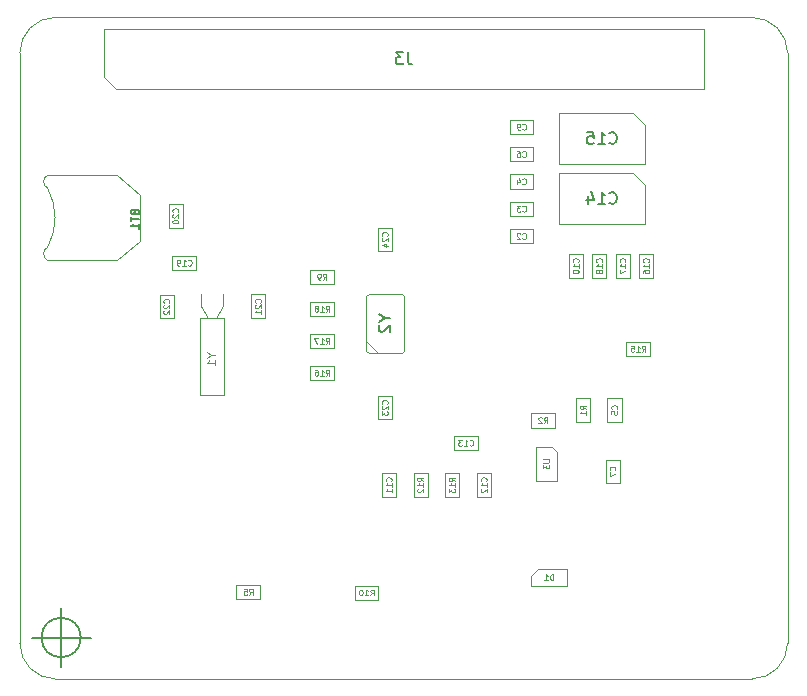
<source format=gbr>
G04 #@! TF.GenerationSoftware,KiCad,Pcbnew,(5.1.5-0-10_14)*
G04 #@! TF.CreationDate,2020-08-15T14:14:15-04:00*
G04 #@! TF.ProjectId,Mimosa-Power-Hat,4d696d6f-7361-42d5-906f-7765722d4861,rev?*
G04 #@! TF.SameCoordinates,PX4e3d4c0PY6c12040*
G04 #@! TF.FileFunction,Other,Fab,Bot*
%FSLAX46Y46*%
G04 Gerber Fmt 4.6, Leading zero omitted, Abs format (unit mm)*
G04 Created by KiCad (PCBNEW (5.1.5-0-10_14)) date 2020-08-15 14:14:15*
%MOMM*%
%LPD*%
G04 APERTURE LIST*
%ADD10C,0.150000*%
%ADD11C,0.100000*%
%ADD12C,0.120000*%
%ADD13C,0.105000*%
%ADD14C,0.075000*%
%ADD15C,0.080000*%
G04 APERTURE END LIST*
D10*
X1666666Y0D02*
G75*
G03X1666666Y0I-1666666J0D01*
G01*
X-2500000Y0D02*
X2500000Y0D01*
X0Y2500000D02*
X0Y-2500000D01*
D11*
X-3493644Y49502389D02*
X-3493644Y-497611D01*
X-3493644Y49502389D02*
G75*
G02X-493644Y52502389I3000000J0D01*
G01*
X58506356Y52502389D02*
X-493644Y52502389D01*
X58506356Y52502389D02*
G75*
G02X61506356Y49502389I0J-3000000D01*
G01*
X61506351Y-502847D02*
X61506356Y49502389D01*
X-493644Y-3497611D02*
G75*
G02X-3493644Y-497611I0J3000000D01*
G01*
X-493644Y-3497611D02*
X58506356Y-3497611D01*
X61506351Y-502847D02*
G75*
G02X58506356Y-3497611I-2999995J5236D01*
G01*
X11843400Y28068200D02*
X11843400Y29068200D01*
X12443400Y27068200D02*
X11843400Y28068200D01*
X13743400Y28068200D02*
X13743400Y29068200D01*
X13143400Y27068200D02*
X13743400Y28068200D01*
X11763400Y27068200D02*
X13823400Y27068200D01*
X11763400Y20568200D02*
X11763400Y27068200D01*
X13823400Y20568200D02*
X11763400Y20568200D01*
X13823400Y27068200D02*
X13823400Y20568200D01*
X42830000Y5770000D02*
X42830000Y4370000D01*
X39790000Y4370000D02*
X42830000Y4370000D01*
X40360000Y5770000D02*
X39790000Y5220000D01*
X39790000Y5220000D02*
X39790000Y4370000D01*
X40360000Y5770000D02*
X42810000Y5770000D01*
X21100000Y27206667D02*
X23100000Y27206667D01*
X21100000Y28406667D02*
X21100000Y27206667D01*
X23100000Y28406667D02*
X21100000Y28406667D01*
X23100000Y27206667D02*
X23100000Y28406667D01*
X21100000Y24497334D02*
X23100000Y24497334D01*
X21100000Y25697334D02*
X21100000Y24497334D01*
X23100000Y25697334D02*
X21100000Y25697334D01*
X23100000Y24497334D02*
X23100000Y25697334D01*
X21100000Y21788000D02*
X23100000Y21788000D01*
X21100000Y22988000D02*
X21100000Y21788000D01*
X23100000Y22988000D02*
X21100000Y22988000D01*
X23100000Y21788000D02*
X23100000Y22988000D01*
X49860000Y25020000D02*
X47860000Y25020000D01*
X49860000Y23820000D02*
X49860000Y25020000D01*
X47860000Y23820000D02*
X49860000Y23820000D01*
X47860000Y25020000D02*
X47860000Y23820000D01*
X33726666Y11920000D02*
X33726666Y13920000D01*
X32526666Y11920000D02*
X33726666Y11920000D01*
X32526666Y13920000D02*
X32526666Y11920000D01*
X33726666Y13920000D02*
X32526666Y13920000D01*
X31043333Y11920000D02*
X31043333Y13920000D01*
X29843333Y11920000D02*
X31043333Y11920000D01*
X29843333Y13920000D02*
X29843333Y11920000D01*
X31043333Y13920000D02*
X29843333Y13920000D01*
X26870300Y4390120D02*
X24870300Y4390120D01*
X26870300Y3190120D02*
X26870300Y4390120D01*
X24870300Y3190120D02*
X26870300Y3190120D01*
X24870300Y4390120D02*
X24870300Y3190120D01*
X21100000Y29916000D02*
X23100000Y29916000D01*
X21100000Y31116000D02*
X21100000Y29916000D01*
X23100000Y31116000D02*
X21100000Y31116000D01*
X23100000Y29916000D02*
X23100000Y31116000D01*
X16842380Y4440920D02*
X14842380Y4440920D01*
X16842380Y3240920D02*
X16842380Y4440920D01*
X14842380Y3240920D02*
X16842380Y3240920D01*
X14842380Y4440920D02*
X14842380Y3240920D01*
X39810000Y17770000D02*
X41810000Y17770000D01*
X39810000Y18970000D02*
X39810000Y17770000D01*
X41810000Y18970000D02*
X39810000Y18970000D01*
X41810000Y17770000D02*
X41810000Y18970000D01*
X43610000Y20270000D02*
X43610000Y18270000D01*
X44810000Y20270000D02*
X43610000Y20270000D01*
X44810000Y18270000D02*
X44810000Y20270000D01*
X43610000Y18270000D02*
X44810000Y18270000D01*
X26834000Y34691000D02*
X26834000Y32691000D01*
X28034000Y34691000D02*
X26834000Y34691000D01*
X28034000Y32691000D02*
X28034000Y34691000D01*
X26834000Y32691000D02*
X28034000Y32691000D01*
X28034000Y18467000D02*
X28034000Y20467000D01*
X26834000Y18467000D02*
X28034000Y18467000D01*
X26834000Y20467000D02*
X26834000Y18467000D01*
X28034000Y20467000D02*
X26834000Y20467000D01*
X8342800Y29026800D02*
X8342800Y27026800D01*
X9542800Y29026800D02*
X8342800Y29026800D01*
X9542800Y27026800D02*
X9542800Y29026800D01*
X8342800Y27026800D02*
X9542800Y27026800D01*
X16089800Y29043200D02*
X16089800Y27043200D01*
X17289800Y29043200D02*
X16089800Y29043200D01*
X17289800Y27043200D02*
X17289800Y29043200D01*
X16089800Y27043200D02*
X17289800Y27043200D01*
X10304800Y34697600D02*
X10304800Y36697600D01*
X9104800Y34697600D02*
X10304800Y34697600D01*
X9104800Y36697600D02*
X9104800Y34697600D01*
X10304800Y36697600D02*
X9104800Y36697600D01*
X9416000Y31122500D02*
X11416000Y31122500D01*
X9416000Y32322500D02*
X9416000Y31122500D01*
X11416000Y32322500D02*
X9416000Y32322500D01*
X11416000Y31122500D02*
X11416000Y32322500D01*
X44977220Y32477420D02*
X44977220Y30477420D01*
X46177220Y32477420D02*
X44977220Y32477420D01*
X46177220Y30477420D02*
X46177220Y32477420D01*
X44977220Y30477420D02*
X46177220Y30477420D01*
X46958420Y32477420D02*
X46958420Y30477420D01*
X48158420Y32477420D02*
X46958420Y32477420D01*
X48158420Y30477420D02*
X48158420Y32477420D01*
X46958420Y30477420D02*
X48158420Y30477420D01*
X48939620Y32477420D02*
X48939620Y30477420D01*
X50139620Y32477420D02*
X48939620Y32477420D01*
X50139620Y30477420D02*
X50139620Y32477420D01*
X48939620Y30477420D02*
X50139620Y30477420D01*
X33260000Y15870000D02*
X35260000Y15870000D01*
X33260000Y17070000D02*
X33260000Y15870000D01*
X35260000Y17070000D02*
X33260000Y17070000D01*
X35260000Y15870000D02*
X35260000Y17070000D01*
X36410000Y11920000D02*
X36410000Y13920000D01*
X35210000Y11920000D02*
X36410000Y11920000D01*
X35210000Y13920000D02*
X35210000Y11920000D01*
X36410000Y13920000D02*
X35210000Y13920000D01*
X27160000Y13920000D02*
X27160000Y11920000D01*
X28360000Y13920000D02*
X27160000Y13920000D01*
X28360000Y11920000D02*
X28360000Y13920000D01*
X27160000Y11920000D02*
X28360000Y11920000D01*
X42996020Y32477420D02*
X42996020Y30477420D01*
X44196020Y32477420D02*
X42996020Y32477420D01*
X44196020Y30477420D02*
X44196020Y32477420D01*
X42996020Y30477420D02*
X44196020Y30477420D01*
X39977360Y43833780D02*
X37977360Y43833780D01*
X39977360Y42633780D02*
X39977360Y43833780D01*
X37977360Y42633780D02*
X39977360Y42633780D01*
X37977360Y43833780D02*
X37977360Y42633780D01*
X47310000Y13070000D02*
X47310000Y15070000D01*
X46110000Y13070000D02*
X47310000Y13070000D01*
X46110000Y15070000D02*
X46110000Y13070000D01*
X47310000Y15070000D02*
X46110000Y15070000D01*
X39977360Y41519840D02*
X37977360Y41519840D01*
X39977360Y40319840D02*
X39977360Y41519840D01*
X37977360Y40319840D02*
X39977360Y40319840D01*
X37977360Y41519840D02*
X37977360Y40319840D01*
X47460000Y18270000D02*
X47460000Y20270000D01*
X46260000Y18270000D02*
X47460000Y18270000D01*
X46260000Y20270000D02*
X46260000Y18270000D01*
X47460000Y20270000D02*
X46260000Y20270000D01*
X39977360Y39205900D02*
X37977360Y39205900D01*
X39977360Y38005900D02*
X39977360Y39205900D01*
X37977360Y38005900D02*
X39977360Y38005900D01*
X37977360Y39205900D02*
X37977360Y38005900D01*
X39977360Y36891960D02*
X37977360Y36891960D01*
X39977360Y35691960D02*
X39977360Y36891960D01*
X37977360Y35691960D02*
X39977360Y35691960D01*
X37977360Y36891960D02*
X37977360Y35691960D01*
X39977360Y34578020D02*
X37977360Y34578020D01*
X39977360Y33378020D02*
X39977360Y34578020D01*
X37977360Y33378020D02*
X39977360Y33378020D01*
X37977360Y34578020D02*
X37977360Y33378020D01*
X26834000Y24079000D02*
X25834000Y25079000D01*
X28834000Y24079000D02*
X29034000Y24279000D01*
X26034000Y24079000D02*
X28834000Y24079000D01*
X25834000Y24279000D02*
X26034000Y24079000D01*
X25834000Y28879000D02*
X25834000Y24279000D01*
X26034000Y29079000D02*
X25834000Y28879000D01*
X28834000Y29079000D02*
X26034000Y29079000D01*
X29034000Y28879000D02*
X28834000Y29079000D01*
X29034000Y24279000D02*
X29034000Y28879000D01*
X-1144087Y33049300D02*
G75*
G03X-1152000Y31945200I282087J-554100D01*
G01*
X-1122669Y33081102D02*
G75*
G03X-1142000Y38045200I-4619331J2464098D01*
G01*
X4738000Y39145200D02*
X6688000Y37495200D01*
X6688000Y37495200D02*
X6688000Y33595200D01*
X6688000Y33595200D02*
X4738000Y31945200D01*
X4738000Y31945200D02*
X-1212000Y31945200D01*
X-1112000Y39145200D02*
X4688000Y39145200D01*
D12*
X-1113745Y39153137D02*
G75*
G03X-1132000Y38045200I231745J-557937D01*
G01*
D11*
X40230000Y16170000D02*
X40230000Y13270000D01*
X40230000Y13270000D02*
X41990000Y13270000D01*
X41990000Y15720000D02*
X41990000Y13270000D01*
X40230000Y16170000D02*
X41540000Y16170000D01*
X41990000Y15720000D02*
X41540000Y16170000D01*
X42130420Y40108420D02*
X42130420Y44408420D01*
X49430420Y40108420D02*
X42130420Y40108420D01*
X49430420Y43408420D02*
X49430420Y40108420D01*
X48430420Y44408420D02*
X49430420Y43408420D01*
X42130420Y44408420D02*
X48430420Y44408420D01*
X42130420Y35028420D02*
X42130420Y39328420D01*
X49430420Y35028420D02*
X42130420Y35028420D01*
X49430420Y38328420D02*
X49430420Y35028420D01*
X48430420Y39328420D02*
X49430420Y38328420D01*
X42130420Y39328420D02*
X48430420Y39328420D01*
X54410000Y51540000D02*
X3610000Y51540000D01*
X54410000Y46460000D02*
X54410000Y51540000D01*
X4610000Y46460000D02*
X54410000Y46460000D01*
X3610000Y47460000D02*
X4610000Y46460000D01*
X3610000Y51540000D02*
X3610000Y47460000D01*
D13*
X12726733Y23901534D02*
X13060066Y23901534D01*
X12360066Y24134867D02*
X12726733Y23901534D01*
X12360066Y23668200D01*
X13060066Y23068200D02*
X13060066Y23468200D01*
X13060066Y23268200D02*
X12360066Y23268200D01*
X12460066Y23334867D01*
X12526733Y23401534D01*
X12560066Y23468200D01*
D14*
X41679047Y4843810D02*
X41679047Y5343810D01*
X41560000Y5343810D01*
X41488571Y5320000D01*
X41440952Y5272381D01*
X41417142Y5224762D01*
X41393333Y5129524D01*
X41393333Y5058096D01*
X41417142Y4962858D01*
X41440952Y4915239D01*
X41488571Y4867620D01*
X41560000Y4843810D01*
X41679047Y4843810D01*
X40917142Y4843810D02*
X41202857Y4843810D01*
X41060000Y4843810D02*
X41060000Y5343810D01*
X41107619Y5272381D01*
X41155238Y5224762D01*
X41202857Y5200953D01*
D15*
X22421428Y27580477D02*
X22588095Y27818572D01*
X22707142Y27580477D02*
X22707142Y28080477D01*
X22516666Y28080477D01*
X22469047Y28056667D01*
X22445238Y28032858D01*
X22421428Y27985239D01*
X22421428Y27913810D01*
X22445238Y27866191D01*
X22469047Y27842382D01*
X22516666Y27818572D01*
X22707142Y27818572D01*
X21945238Y27580477D02*
X22230952Y27580477D01*
X22088095Y27580477D02*
X22088095Y28080477D01*
X22135714Y28009048D01*
X22183333Y27961429D01*
X22230952Y27937620D01*
X21659523Y27866191D02*
X21707142Y27890001D01*
X21730952Y27913810D01*
X21754761Y27961429D01*
X21754761Y27985239D01*
X21730952Y28032858D01*
X21707142Y28056667D01*
X21659523Y28080477D01*
X21564285Y28080477D01*
X21516666Y28056667D01*
X21492857Y28032858D01*
X21469047Y27985239D01*
X21469047Y27961429D01*
X21492857Y27913810D01*
X21516666Y27890001D01*
X21564285Y27866191D01*
X21659523Y27866191D01*
X21707142Y27842382D01*
X21730952Y27818572D01*
X21754761Y27770953D01*
X21754761Y27675715D01*
X21730952Y27628096D01*
X21707142Y27604287D01*
X21659523Y27580477D01*
X21564285Y27580477D01*
X21516666Y27604287D01*
X21492857Y27628096D01*
X21469047Y27675715D01*
X21469047Y27770953D01*
X21492857Y27818572D01*
X21516666Y27842382D01*
X21564285Y27866191D01*
X22421428Y24871144D02*
X22588095Y25109239D01*
X22707142Y24871144D02*
X22707142Y25371144D01*
X22516666Y25371144D01*
X22469047Y25347334D01*
X22445238Y25323525D01*
X22421428Y25275906D01*
X22421428Y25204477D01*
X22445238Y25156858D01*
X22469047Y25133049D01*
X22516666Y25109239D01*
X22707142Y25109239D01*
X21945238Y24871144D02*
X22230952Y24871144D01*
X22088095Y24871144D02*
X22088095Y25371144D01*
X22135714Y25299715D01*
X22183333Y25252096D01*
X22230952Y25228287D01*
X21778571Y25371144D02*
X21445238Y25371144D01*
X21659523Y24871144D01*
X22421428Y22161810D02*
X22588095Y22399905D01*
X22707142Y22161810D02*
X22707142Y22661810D01*
X22516666Y22661810D01*
X22469047Y22638000D01*
X22445238Y22614191D01*
X22421428Y22566572D01*
X22421428Y22495143D01*
X22445238Y22447524D01*
X22469047Y22423715D01*
X22516666Y22399905D01*
X22707142Y22399905D01*
X21945238Y22161810D02*
X22230952Y22161810D01*
X22088095Y22161810D02*
X22088095Y22661810D01*
X22135714Y22590381D01*
X22183333Y22542762D01*
X22230952Y22518953D01*
X21516666Y22661810D02*
X21611904Y22661810D01*
X21659523Y22638000D01*
X21683333Y22614191D01*
X21730952Y22542762D01*
X21754761Y22447524D01*
X21754761Y22257048D01*
X21730952Y22209429D01*
X21707142Y22185620D01*
X21659523Y22161810D01*
X21564285Y22161810D01*
X21516666Y22185620D01*
X21492857Y22209429D01*
X21469047Y22257048D01*
X21469047Y22376096D01*
X21492857Y22423715D01*
X21516666Y22447524D01*
X21564285Y22471334D01*
X21659523Y22471334D01*
X21707142Y22447524D01*
X21730952Y22423715D01*
X21754761Y22376096D01*
X49181428Y24193810D02*
X49348095Y24431905D01*
X49467142Y24193810D02*
X49467142Y24693810D01*
X49276666Y24693810D01*
X49229047Y24670000D01*
X49205238Y24646191D01*
X49181428Y24598572D01*
X49181428Y24527143D01*
X49205238Y24479524D01*
X49229047Y24455715D01*
X49276666Y24431905D01*
X49467142Y24431905D01*
X48705238Y24193810D02*
X48990952Y24193810D01*
X48848095Y24193810D02*
X48848095Y24693810D01*
X48895714Y24622381D01*
X48943333Y24574762D01*
X48990952Y24550953D01*
X48252857Y24693810D02*
X48490952Y24693810D01*
X48514761Y24455715D01*
X48490952Y24479524D01*
X48443333Y24503334D01*
X48324285Y24503334D01*
X48276666Y24479524D01*
X48252857Y24455715D01*
X48229047Y24408096D01*
X48229047Y24289048D01*
X48252857Y24241429D01*
X48276666Y24217620D01*
X48324285Y24193810D01*
X48443333Y24193810D01*
X48490952Y24217620D01*
X48514761Y24241429D01*
X33352856Y13241429D02*
X33114761Y13408096D01*
X33352856Y13527143D02*
X32852856Y13527143D01*
X32852856Y13336667D01*
X32876666Y13289048D01*
X32900475Y13265239D01*
X32948094Y13241429D01*
X33019523Y13241429D01*
X33067142Y13265239D01*
X33090951Y13289048D01*
X33114761Y13336667D01*
X33114761Y13527143D01*
X33352856Y12765239D02*
X33352856Y13050953D01*
X33352856Y12908096D02*
X32852856Y12908096D01*
X32924285Y12955715D01*
X32971904Y13003334D01*
X32995713Y13050953D01*
X32852856Y12598572D02*
X32852856Y12289048D01*
X33043332Y12455715D01*
X33043332Y12384286D01*
X33067142Y12336667D01*
X33090951Y12312858D01*
X33138570Y12289048D01*
X33257618Y12289048D01*
X33305237Y12312858D01*
X33329046Y12336667D01*
X33352856Y12384286D01*
X33352856Y12527143D01*
X33329046Y12574762D01*
X33305237Y12598572D01*
X30669523Y13241429D02*
X30431428Y13408096D01*
X30669523Y13527143D02*
X30169523Y13527143D01*
X30169523Y13336667D01*
X30193333Y13289048D01*
X30217142Y13265239D01*
X30264761Y13241429D01*
X30336190Y13241429D01*
X30383809Y13265239D01*
X30407618Y13289048D01*
X30431428Y13336667D01*
X30431428Y13527143D01*
X30669523Y12765239D02*
X30669523Y13050953D01*
X30669523Y12908096D02*
X30169523Y12908096D01*
X30240952Y12955715D01*
X30288571Y13003334D01*
X30312380Y13050953D01*
X30217142Y12574762D02*
X30193333Y12550953D01*
X30169523Y12503334D01*
X30169523Y12384286D01*
X30193333Y12336667D01*
X30217142Y12312858D01*
X30264761Y12289048D01*
X30312380Y12289048D01*
X30383809Y12312858D01*
X30669523Y12598572D01*
X30669523Y12289048D01*
X26191728Y3563930D02*
X26358395Y3802025D01*
X26477442Y3563930D02*
X26477442Y4063930D01*
X26286966Y4063930D01*
X26239347Y4040120D01*
X26215538Y4016311D01*
X26191728Y3968692D01*
X26191728Y3897263D01*
X26215538Y3849644D01*
X26239347Y3825835D01*
X26286966Y3802025D01*
X26477442Y3802025D01*
X25715538Y3563930D02*
X26001252Y3563930D01*
X25858395Y3563930D02*
X25858395Y4063930D01*
X25906014Y3992501D01*
X25953633Y3944882D01*
X26001252Y3921073D01*
X25406014Y4063930D02*
X25358395Y4063930D01*
X25310776Y4040120D01*
X25286966Y4016311D01*
X25263157Y3968692D01*
X25239347Y3873454D01*
X25239347Y3754406D01*
X25263157Y3659168D01*
X25286966Y3611549D01*
X25310776Y3587740D01*
X25358395Y3563930D01*
X25406014Y3563930D01*
X25453633Y3587740D01*
X25477442Y3611549D01*
X25501252Y3659168D01*
X25525061Y3754406D01*
X25525061Y3873454D01*
X25501252Y3968692D01*
X25477442Y4016311D01*
X25453633Y4040120D01*
X25406014Y4063930D01*
X22183333Y30289810D02*
X22350000Y30527905D01*
X22469047Y30289810D02*
X22469047Y30789810D01*
X22278571Y30789810D01*
X22230952Y30766000D01*
X22207142Y30742191D01*
X22183333Y30694572D01*
X22183333Y30623143D01*
X22207142Y30575524D01*
X22230952Y30551715D01*
X22278571Y30527905D01*
X22469047Y30527905D01*
X21945238Y30289810D02*
X21850000Y30289810D01*
X21802380Y30313620D01*
X21778571Y30337429D01*
X21730952Y30408858D01*
X21707142Y30504096D01*
X21707142Y30694572D01*
X21730952Y30742191D01*
X21754761Y30766000D01*
X21802380Y30789810D01*
X21897619Y30789810D01*
X21945238Y30766000D01*
X21969047Y30742191D01*
X21992857Y30694572D01*
X21992857Y30575524D01*
X21969047Y30527905D01*
X21945238Y30504096D01*
X21897619Y30480286D01*
X21802380Y30480286D01*
X21754761Y30504096D01*
X21730952Y30527905D01*
X21707142Y30575524D01*
X15925713Y3614730D02*
X16092380Y3852825D01*
X16211427Y3614730D02*
X16211427Y4114730D01*
X16020951Y4114730D01*
X15973332Y4090920D01*
X15949522Y4067111D01*
X15925713Y4019492D01*
X15925713Y3948063D01*
X15949522Y3900444D01*
X15973332Y3876635D01*
X16020951Y3852825D01*
X16211427Y3852825D01*
X15473332Y4114730D02*
X15711427Y4114730D01*
X15735237Y3876635D01*
X15711427Y3900444D01*
X15663808Y3924254D01*
X15544760Y3924254D01*
X15497141Y3900444D01*
X15473332Y3876635D01*
X15449522Y3829016D01*
X15449522Y3709968D01*
X15473332Y3662349D01*
X15497141Y3638540D01*
X15544760Y3614730D01*
X15663808Y3614730D01*
X15711427Y3638540D01*
X15735237Y3662349D01*
X40893333Y18143810D02*
X41060000Y18381905D01*
X41179047Y18143810D02*
X41179047Y18643810D01*
X40988571Y18643810D01*
X40940952Y18620000D01*
X40917142Y18596191D01*
X40893333Y18548572D01*
X40893333Y18477143D01*
X40917142Y18429524D01*
X40940952Y18405715D01*
X40988571Y18381905D01*
X41179047Y18381905D01*
X40702857Y18596191D02*
X40679047Y18620000D01*
X40631428Y18643810D01*
X40512380Y18643810D01*
X40464761Y18620000D01*
X40440952Y18596191D01*
X40417142Y18548572D01*
X40417142Y18500953D01*
X40440952Y18429524D01*
X40726666Y18143810D01*
X40417142Y18143810D01*
X44436190Y19353334D02*
X44198095Y19520000D01*
X44436190Y19639048D02*
X43936190Y19639048D01*
X43936190Y19448572D01*
X43960000Y19400953D01*
X43983809Y19377143D01*
X44031428Y19353334D01*
X44102857Y19353334D01*
X44150476Y19377143D01*
X44174285Y19400953D01*
X44198095Y19448572D01*
X44198095Y19639048D01*
X44436190Y18877143D02*
X44436190Y19162858D01*
X44436190Y19020000D02*
X43936190Y19020000D01*
X44007619Y19067620D01*
X44055238Y19115239D01*
X44079047Y19162858D01*
X27612571Y34012429D02*
X27636380Y34036239D01*
X27660190Y34107667D01*
X27660190Y34155286D01*
X27636380Y34226715D01*
X27588761Y34274334D01*
X27541142Y34298143D01*
X27445904Y34321953D01*
X27374476Y34321953D01*
X27279238Y34298143D01*
X27231619Y34274334D01*
X27184000Y34226715D01*
X27160190Y34155286D01*
X27160190Y34107667D01*
X27184000Y34036239D01*
X27207809Y34012429D01*
X27207809Y33821953D02*
X27184000Y33798143D01*
X27160190Y33750524D01*
X27160190Y33631477D01*
X27184000Y33583858D01*
X27207809Y33560048D01*
X27255428Y33536239D01*
X27303047Y33536239D01*
X27374476Y33560048D01*
X27660190Y33845762D01*
X27660190Y33536239D01*
X27326857Y33107667D02*
X27660190Y33107667D01*
X27136380Y33226715D02*
X27493523Y33345762D01*
X27493523Y33036239D01*
X27612571Y19788429D02*
X27636380Y19812239D01*
X27660190Y19883667D01*
X27660190Y19931286D01*
X27636380Y20002715D01*
X27588761Y20050334D01*
X27541142Y20074143D01*
X27445904Y20097953D01*
X27374476Y20097953D01*
X27279238Y20074143D01*
X27231619Y20050334D01*
X27184000Y20002715D01*
X27160190Y19931286D01*
X27160190Y19883667D01*
X27184000Y19812239D01*
X27207809Y19788429D01*
X27207809Y19597953D02*
X27184000Y19574143D01*
X27160190Y19526524D01*
X27160190Y19407477D01*
X27184000Y19359858D01*
X27207809Y19336048D01*
X27255428Y19312239D01*
X27303047Y19312239D01*
X27374476Y19336048D01*
X27660190Y19621762D01*
X27660190Y19312239D01*
X27160190Y19145572D02*
X27160190Y18836048D01*
X27350666Y19002715D01*
X27350666Y18931286D01*
X27374476Y18883667D01*
X27398285Y18859858D01*
X27445904Y18836048D01*
X27564952Y18836048D01*
X27612571Y18859858D01*
X27636380Y18883667D01*
X27660190Y18931286D01*
X27660190Y19074143D01*
X27636380Y19121762D01*
X27612571Y19145572D01*
X9121371Y28348229D02*
X9145180Y28372039D01*
X9168990Y28443467D01*
X9168990Y28491086D01*
X9145180Y28562515D01*
X9097561Y28610134D01*
X9049942Y28633943D01*
X8954704Y28657753D01*
X8883276Y28657753D01*
X8788038Y28633943D01*
X8740419Y28610134D01*
X8692800Y28562515D01*
X8668990Y28491086D01*
X8668990Y28443467D01*
X8692800Y28372039D01*
X8716609Y28348229D01*
X8716609Y28157753D02*
X8692800Y28133943D01*
X8668990Y28086324D01*
X8668990Y27967277D01*
X8692800Y27919658D01*
X8716609Y27895848D01*
X8764228Y27872039D01*
X8811847Y27872039D01*
X8883276Y27895848D01*
X9168990Y28181562D01*
X9168990Y27872039D01*
X8716609Y27681562D02*
X8692800Y27657753D01*
X8668990Y27610134D01*
X8668990Y27491086D01*
X8692800Y27443467D01*
X8716609Y27419658D01*
X8764228Y27395848D01*
X8811847Y27395848D01*
X8883276Y27419658D01*
X9168990Y27705372D01*
X9168990Y27395848D01*
X16868371Y28364629D02*
X16892180Y28388439D01*
X16915990Y28459867D01*
X16915990Y28507486D01*
X16892180Y28578915D01*
X16844561Y28626534D01*
X16796942Y28650343D01*
X16701704Y28674153D01*
X16630276Y28674153D01*
X16535038Y28650343D01*
X16487419Y28626534D01*
X16439800Y28578915D01*
X16415990Y28507486D01*
X16415990Y28459867D01*
X16439800Y28388439D01*
X16463609Y28364629D01*
X16463609Y28174153D02*
X16439800Y28150343D01*
X16415990Y28102724D01*
X16415990Y27983677D01*
X16439800Y27936058D01*
X16463609Y27912248D01*
X16511228Y27888439D01*
X16558847Y27888439D01*
X16630276Y27912248D01*
X16915990Y28197962D01*
X16915990Y27888439D01*
X16915990Y27412248D02*
X16915990Y27697962D01*
X16915990Y27555105D02*
X16415990Y27555105D01*
X16487419Y27602724D01*
X16535038Y27650343D01*
X16558847Y27697962D01*
X9883371Y36019029D02*
X9907180Y36042839D01*
X9930990Y36114267D01*
X9930990Y36161886D01*
X9907180Y36233315D01*
X9859561Y36280934D01*
X9811942Y36304743D01*
X9716704Y36328553D01*
X9645276Y36328553D01*
X9550038Y36304743D01*
X9502419Y36280934D01*
X9454800Y36233315D01*
X9430990Y36161886D01*
X9430990Y36114267D01*
X9454800Y36042839D01*
X9478609Y36019029D01*
X9478609Y35828553D02*
X9454800Y35804743D01*
X9430990Y35757124D01*
X9430990Y35638077D01*
X9454800Y35590458D01*
X9478609Y35566648D01*
X9526228Y35542839D01*
X9573847Y35542839D01*
X9645276Y35566648D01*
X9930990Y35852362D01*
X9930990Y35542839D01*
X9430990Y35233315D02*
X9430990Y35185696D01*
X9454800Y35138077D01*
X9478609Y35114267D01*
X9526228Y35090458D01*
X9621466Y35066648D01*
X9740514Y35066648D01*
X9835752Y35090458D01*
X9883371Y35114267D01*
X9907180Y35138077D01*
X9930990Y35185696D01*
X9930990Y35233315D01*
X9907180Y35280934D01*
X9883371Y35304743D01*
X9835752Y35328553D01*
X9740514Y35352362D01*
X9621466Y35352362D01*
X9526228Y35328553D01*
X9478609Y35304743D01*
X9454800Y35280934D01*
X9430990Y35233315D01*
X10737428Y31543929D02*
X10761238Y31520120D01*
X10832666Y31496310D01*
X10880285Y31496310D01*
X10951714Y31520120D01*
X10999333Y31567739D01*
X11023142Y31615358D01*
X11046952Y31710596D01*
X11046952Y31782024D01*
X11023142Y31877262D01*
X10999333Y31924881D01*
X10951714Y31972500D01*
X10880285Y31996310D01*
X10832666Y31996310D01*
X10761238Y31972500D01*
X10737428Y31948691D01*
X10261238Y31496310D02*
X10546952Y31496310D01*
X10404095Y31496310D02*
X10404095Y31996310D01*
X10451714Y31924881D01*
X10499333Y31877262D01*
X10546952Y31853453D01*
X10023142Y31496310D02*
X9927904Y31496310D01*
X9880285Y31520120D01*
X9856476Y31543929D01*
X9808857Y31615358D01*
X9785047Y31710596D01*
X9785047Y31901072D01*
X9808857Y31948691D01*
X9832666Y31972500D01*
X9880285Y31996310D01*
X9975523Y31996310D01*
X10023142Y31972500D01*
X10046952Y31948691D01*
X10070761Y31901072D01*
X10070761Y31782024D01*
X10046952Y31734405D01*
X10023142Y31710596D01*
X9975523Y31686786D01*
X9880285Y31686786D01*
X9832666Y31710596D01*
X9808857Y31734405D01*
X9785047Y31782024D01*
X45755791Y31798849D02*
X45779600Y31822659D01*
X45803410Y31894087D01*
X45803410Y31941706D01*
X45779600Y32013135D01*
X45731981Y32060754D01*
X45684362Y32084563D01*
X45589124Y32108373D01*
X45517696Y32108373D01*
X45422458Y32084563D01*
X45374839Y32060754D01*
X45327220Y32013135D01*
X45303410Y31941706D01*
X45303410Y31894087D01*
X45327220Y31822659D01*
X45351029Y31798849D01*
X45803410Y31322659D02*
X45803410Y31608373D01*
X45803410Y31465516D02*
X45303410Y31465516D01*
X45374839Y31513135D01*
X45422458Y31560754D01*
X45446267Y31608373D01*
X45517696Y31036944D02*
X45493886Y31084563D01*
X45470077Y31108373D01*
X45422458Y31132182D01*
X45398648Y31132182D01*
X45351029Y31108373D01*
X45327220Y31084563D01*
X45303410Y31036944D01*
X45303410Y30941706D01*
X45327220Y30894087D01*
X45351029Y30870278D01*
X45398648Y30846468D01*
X45422458Y30846468D01*
X45470077Y30870278D01*
X45493886Y30894087D01*
X45517696Y30941706D01*
X45517696Y31036944D01*
X45541505Y31084563D01*
X45565315Y31108373D01*
X45612934Y31132182D01*
X45708172Y31132182D01*
X45755791Y31108373D01*
X45779600Y31084563D01*
X45803410Y31036944D01*
X45803410Y30941706D01*
X45779600Y30894087D01*
X45755791Y30870278D01*
X45708172Y30846468D01*
X45612934Y30846468D01*
X45565315Y30870278D01*
X45541505Y30894087D01*
X45517696Y30941706D01*
X47736991Y31798849D02*
X47760800Y31822659D01*
X47784610Y31894087D01*
X47784610Y31941706D01*
X47760800Y32013135D01*
X47713181Y32060754D01*
X47665562Y32084563D01*
X47570324Y32108373D01*
X47498896Y32108373D01*
X47403658Y32084563D01*
X47356039Y32060754D01*
X47308420Y32013135D01*
X47284610Y31941706D01*
X47284610Y31894087D01*
X47308420Y31822659D01*
X47332229Y31798849D01*
X47784610Y31322659D02*
X47784610Y31608373D01*
X47784610Y31465516D02*
X47284610Y31465516D01*
X47356039Y31513135D01*
X47403658Y31560754D01*
X47427467Y31608373D01*
X47284610Y31155992D02*
X47284610Y30822659D01*
X47784610Y31036944D01*
X49718191Y31798849D02*
X49742000Y31822659D01*
X49765810Y31894087D01*
X49765810Y31941706D01*
X49742000Y32013135D01*
X49694381Y32060754D01*
X49646762Y32084563D01*
X49551524Y32108373D01*
X49480096Y32108373D01*
X49384858Y32084563D01*
X49337239Y32060754D01*
X49289620Y32013135D01*
X49265810Y31941706D01*
X49265810Y31894087D01*
X49289620Y31822659D01*
X49313429Y31798849D01*
X49765810Y31322659D02*
X49765810Y31608373D01*
X49765810Y31465516D02*
X49265810Y31465516D01*
X49337239Y31513135D01*
X49384858Y31560754D01*
X49408667Y31608373D01*
X49265810Y30894087D02*
X49265810Y30989325D01*
X49289620Y31036944D01*
X49313429Y31060754D01*
X49384858Y31108373D01*
X49480096Y31132182D01*
X49670572Y31132182D01*
X49718191Y31108373D01*
X49742000Y31084563D01*
X49765810Y31036944D01*
X49765810Y30941706D01*
X49742000Y30894087D01*
X49718191Y30870278D01*
X49670572Y30846468D01*
X49551524Y30846468D01*
X49503905Y30870278D01*
X49480096Y30894087D01*
X49456286Y30941706D01*
X49456286Y31036944D01*
X49480096Y31084563D01*
X49503905Y31108373D01*
X49551524Y31132182D01*
X34581428Y16291429D02*
X34605238Y16267620D01*
X34676666Y16243810D01*
X34724285Y16243810D01*
X34795714Y16267620D01*
X34843333Y16315239D01*
X34867142Y16362858D01*
X34890952Y16458096D01*
X34890952Y16529524D01*
X34867142Y16624762D01*
X34843333Y16672381D01*
X34795714Y16720000D01*
X34724285Y16743810D01*
X34676666Y16743810D01*
X34605238Y16720000D01*
X34581428Y16696191D01*
X34105238Y16243810D02*
X34390952Y16243810D01*
X34248095Y16243810D02*
X34248095Y16743810D01*
X34295714Y16672381D01*
X34343333Y16624762D01*
X34390952Y16600953D01*
X33938571Y16743810D02*
X33629047Y16743810D01*
X33795714Y16553334D01*
X33724285Y16553334D01*
X33676666Y16529524D01*
X33652857Y16505715D01*
X33629047Y16458096D01*
X33629047Y16339048D01*
X33652857Y16291429D01*
X33676666Y16267620D01*
X33724285Y16243810D01*
X33867142Y16243810D01*
X33914761Y16267620D01*
X33938571Y16291429D01*
X35988571Y13241429D02*
X36012380Y13265239D01*
X36036190Y13336667D01*
X36036190Y13384286D01*
X36012380Y13455715D01*
X35964761Y13503334D01*
X35917142Y13527143D01*
X35821904Y13550953D01*
X35750476Y13550953D01*
X35655238Y13527143D01*
X35607619Y13503334D01*
X35560000Y13455715D01*
X35536190Y13384286D01*
X35536190Y13336667D01*
X35560000Y13265239D01*
X35583809Y13241429D01*
X36036190Y12765239D02*
X36036190Y13050953D01*
X36036190Y12908096D02*
X35536190Y12908096D01*
X35607619Y12955715D01*
X35655238Y13003334D01*
X35679047Y13050953D01*
X35583809Y12574762D02*
X35560000Y12550953D01*
X35536190Y12503334D01*
X35536190Y12384286D01*
X35560000Y12336667D01*
X35583809Y12312858D01*
X35631428Y12289048D01*
X35679047Y12289048D01*
X35750476Y12312858D01*
X36036190Y12598572D01*
X36036190Y12289048D01*
X27938571Y13241429D02*
X27962380Y13265239D01*
X27986190Y13336667D01*
X27986190Y13384286D01*
X27962380Y13455715D01*
X27914761Y13503334D01*
X27867142Y13527143D01*
X27771904Y13550953D01*
X27700476Y13550953D01*
X27605238Y13527143D01*
X27557619Y13503334D01*
X27510000Y13455715D01*
X27486190Y13384286D01*
X27486190Y13336667D01*
X27510000Y13265239D01*
X27533809Y13241429D01*
X27986190Y12765239D02*
X27986190Y13050953D01*
X27986190Y12908096D02*
X27486190Y12908096D01*
X27557619Y12955715D01*
X27605238Y13003334D01*
X27629047Y13050953D01*
X27986190Y12289048D02*
X27986190Y12574762D01*
X27986190Y12431905D02*
X27486190Y12431905D01*
X27557619Y12479524D01*
X27605238Y12527143D01*
X27629047Y12574762D01*
X43774591Y31798849D02*
X43798400Y31822659D01*
X43822210Y31894087D01*
X43822210Y31941706D01*
X43798400Y32013135D01*
X43750781Y32060754D01*
X43703162Y32084563D01*
X43607924Y32108373D01*
X43536496Y32108373D01*
X43441258Y32084563D01*
X43393639Y32060754D01*
X43346020Y32013135D01*
X43322210Y31941706D01*
X43322210Y31894087D01*
X43346020Y31822659D01*
X43369829Y31798849D01*
X43822210Y31322659D02*
X43822210Y31608373D01*
X43822210Y31465516D02*
X43322210Y31465516D01*
X43393639Y31513135D01*
X43441258Y31560754D01*
X43465067Y31608373D01*
X43322210Y31013135D02*
X43322210Y30965516D01*
X43346020Y30917897D01*
X43369829Y30894087D01*
X43417448Y30870278D01*
X43512686Y30846468D01*
X43631734Y30846468D01*
X43726972Y30870278D01*
X43774591Y30894087D01*
X43798400Y30917897D01*
X43822210Y30965516D01*
X43822210Y31013135D01*
X43798400Y31060754D01*
X43774591Y31084563D01*
X43726972Y31108373D01*
X43631734Y31132182D01*
X43512686Y31132182D01*
X43417448Y31108373D01*
X43369829Y31084563D01*
X43346020Y31060754D01*
X43322210Y31013135D01*
X39060693Y43055209D02*
X39084502Y43031400D01*
X39155931Y43007590D01*
X39203550Y43007590D01*
X39274979Y43031400D01*
X39322598Y43079019D01*
X39346407Y43126638D01*
X39370217Y43221876D01*
X39370217Y43293304D01*
X39346407Y43388542D01*
X39322598Y43436161D01*
X39274979Y43483780D01*
X39203550Y43507590D01*
X39155931Y43507590D01*
X39084502Y43483780D01*
X39060693Y43459971D01*
X38822598Y43007590D02*
X38727360Y43007590D01*
X38679740Y43031400D01*
X38655931Y43055209D01*
X38608312Y43126638D01*
X38584502Y43221876D01*
X38584502Y43412352D01*
X38608312Y43459971D01*
X38632121Y43483780D01*
X38679740Y43507590D01*
X38774979Y43507590D01*
X38822598Y43483780D01*
X38846407Y43459971D01*
X38870217Y43412352D01*
X38870217Y43293304D01*
X38846407Y43245685D01*
X38822598Y43221876D01*
X38774979Y43198066D01*
X38679740Y43198066D01*
X38632121Y43221876D01*
X38608312Y43245685D01*
X38584502Y43293304D01*
X46888571Y14153334D02*
X46912380Y14177143D01*
X46936190Y14248572D01*
X46936190Y14296191D01*
X46912380Y14367620D01*
X46864761Y14415239D01*
X46817142Y14439048D01*
X46721904Y14462858D01*
X46650476Y14462858D01*
X46555238Y14439048D01*
X46507619Y14415239D01*
X46460000Y14367620D01*
X46436190Y14296191D01*
X46436190Y14248572D01*
X46460000Y14177143D01*
X46483809Y14153334D01*
X46436190Y13986667D02*
X46436190Y13653334D01*
X46936190Y13867620D01*
X39060693Y40741269D02*
X39084502Y40717460D01*
X39155931Y40693650D01*
X39203550Y40693650D01*
X39274979Y40717460D01*
X39322598Y40765079D01*
X39346407Y40812698D01*
X39370217Y40907936D01*
X39370217Y40979364D01*
X39346407Y41074602D01*
X39322598Y41122221D01*
X39274979Y41169840D01*
X39203550Y41193650D01*
X39155931Y41193650D01*
X39084502Y41169840D01*
X39060693Y41146031D01*
X38632121Y41193650D02*
X38727360Y41193650D01*
X38774979Y41169840D01*
X38798788Y41146031D01*
X38846407Y41074602D01*
X38870217Y40979364D01*
X38870217Y40788888D01*
X38846407Y40741269D01*
X38822598Y40717460D01*
X38774979Y40693650D01*
X38679740Y40693650D01*
X38632121Y40717460D01*
X38608312Y40741269D01*
X38584502Y40788888D01*
X38584502Y40907936D01*
X38608312Y40955555D01*
X38632121Y40979364D01*
X38679740Y41003174D01*
X38774979Y41003174D01*
X38822598Y40979364D01*
X38846407Y40955555D01*
X38870217Y40907936D01*
X47038571Y19353334D02*
X47062380Y19377143D01*
X47086190Y19448572D01*
X47086190Y19496191D01*
X47062380Y19567620D01*
X47014761Y19615239D01*
X46967142Y19639048D01*
X46871904Y19662858D01*
X46800476Y19662858D01*
X46705238Y19639048D01*
X46657619Y19615239D01*
X46610000Y19567620D01*
X46586190Y19496191D01*
X46586190Y19448572D01*
X46610000Y19377143D01*
X46633809Y19353334D01*
X46586190Y18900953D02*
X46586190Y19139048D01*
X46824285Y19162858D01*
X46800476Y19139048D01*
X46776666Y19091429D01*
X46776666Y18972381D01*
X46800476Y18924762D01*
X46824285Y18900953D01*
X46871904Y18877143D01*
X46990952Y18877143D01*
X47038571Y18900953D01*
X47062380Y18924762D01*
X47086190Y18972381D01*
X47086190Y19091429D01*
X47062380Y19139048D01*
X47038571Y19162858D01*
X39060693Y38427329D02*
X39084502Y38403520D01*
X39155931Y38379710D01*
X39203550Y38379710D01*
X39274979Y38403520D01*
X39322598Y38451139D01*
X39346407Y38498758D01*
X39370217Y38593996D01*
X39370217Y38665424D01*
X39346407Y38760662D01*
X39322598Y38808281D01*
X39274979Y38855900D01*
X39203550Y38879710D01*
X39155931Y38879710D01*
X39084502Y38855900D01*
X39060693Y38832091D01*
X38632121Y38713043D02*
X38632121Y38379710D01*
X38751169Y38903520D02*
X38870217Y38546377D01*
X38560693Y38546377D01*
X39060693Y36113389D02*
X39084502Y36089580D01*
X39155931Y36065770D01*
X39203550Y36065770D01*
X39274979Y36089580D01*
X39322598Y36137199D01*
X39346407Y36184818D01*
X39370217Y36280056D01*
X39370217Y36351484D01*
X39346407Y36446722D01*
X39322598Y36494341D01*
X39274979Y36541960D01*
X39203550Y36565770D01*
X39155931Y36565770D01*
X39084502Y36541960D01*
X39060693Y36518151D01*
X38894026Y36565770D02*
X38584502Y36565770D01*
X38751169Y36375294D01*
X38679740Y36375294D01*
X38632121Y36351484D01*
X38608312Y36327675D01*
X38584502Y36280056D01*
X38584502Y36161008D01*
X38608312Y36113389D01*
X38632121Y36089580D01*
X38679740Y36065770D01*
X38822598Y36065770D01*
X38870217Y36089580D01*
X38894026Y36113389D01*
X39060693Y33799449D02*
X39084502Y33775640D01*
X39155931Y33751830D01*
X39203550Y33751830D01*
X39274979Y33775640D01*
X39322598Y33823259D01*
X39346407Y33870878D01*
X39370217Y33966116D01*
X39370217Y34037544D01*
X39346407Y34132782D01*
X39322598Y34180401D01*
X39274979Y34228020D01*
X39203550Y34251830D01*
X39155931Y34251830D01*
X39084502Y34228020D01*
X39060693Y34204211D01*
X38870217Y34204211D02*
X38846407Y34228020D01*
X38798788Y34251830D01*
X38679740Y34251830D01*
X38632121Y34228020D01*
X38608312Y34204211D01*
X38584502Y34156592D01*
X38584502Y34108973D01*
X38608312Y34037544D01*
X38894026Y33751830D01*
X38584502Y33751830D01*
D10*
X27410190Y27055191D02*
X27886380Y27055191D01*
X26886380Y27388524D02*
X27410190Y27055191D01*
X26886380Y26721858D01*
X26981619Y26436143D02*
X26934000Y26388524D01*
X26886380Y26293286D01*
X26886380Y26055191D01*
X26934000Y25959953D01*
X26981619Y25912334D01*
X27076857Y25864715D01*
X27172095Y25864715D01*
X27314952Y25912334D01*
X27886380Y26483762D01*
X27886380Y25864715D01*
X6238000Y35995200D02*
X6271333Y35895200D01*
X6304666Y35861867D01*
X6371333Y35828534D01*
X6471333Y35828534D01*
X6538000Y35861867D01*
X6571333Y35895200D01*
X6604666Y35961867D01*
X6604666Y36228534D01*
X5904666Y36228534D01*
X5904666Y35995200D01*
X5938000Y35928534D01*
X5971333Y35895200D01*
X6038000Y35861867D01*
X6104666Y35861867D01*
X6171333Y35895200D01*
X6204666Y35928534D01*
X6238000Y35995200D01*
X6238000Y36228534D01*
X5904666Y35628534D02*
X5904666Y35228534D01*
X6604666Y35428534D02*
X5904666Y35428534D01*
X6604666Y34628534D02*
X6604666Y35028534D01*
X6604666Y34828534D02*
X5904666Y34828534D01*
X6004666Y34895200D01*
X6071333Y34961867D01*
X6104666Y35028534D01*
D14*
X40836190Y15100953D02*
X41240952Y15100953D01*
X41288571Y15077143D01*
X41312380Y15053334D01*
X41336190Y15005715D01*
X41336190Y14910477D01*
X41312380Y14862858D01*
X41288571Y14839048D01*
X41240952Y14815239D01*
X40836190Y14815239D01*
X40836190Y14624762D02*
X40836190Y14315239D01*
X41026666Y14481905D01*
X41026666Y14410477D01*
X41050476Y14362858D01*
X41074285Y14339048D01*
X41121904Y14315239D01*
X41240952Y14315239D01*
X41288571Y14339048D01*
X41312380Y14362858D01*
X41336190Y14410477D01*
X41336190Y14553334D01*
X41312380Y14600953D01*
X41288571Y14624762D01*
D10*
X46423277Y41901278D02*
X46470896Y41853659D01*
X46613753Y41806040D01*
X46708991Y41806040D01*
X46851848Y41853659D01*
X46947086Y41948897D01*
X46994705Y42044135D01*
X47042324Y42234611D01*
X47042324Y42377468D01*
X46994705Y42567944D01*
X46947086Y42663182D01*
X46851848Y42758420D01*
X46708991Y42806040D01*
X46613753Y42806040D01*
X46470896Y42758420D01*
X46423277Y42710801D01*
X45470896Y41806040D02*
X46042324Y41806040D01*
X45756610Y41806040D02*
X45756610Y42806040D01*
X45851848Y42663182D01*
X45947086Y42567944D01*
X46042324Y42520325D01*
X44566134Y42806040D02*
X45042324Y42806040D01*
X45089943Y42329849D01*
X45042324Y42377468D01*
X44947086Y42425087D01*
X44708991Y42425087D01*
X44613753Y42377468D01*
X44566134Y42329849D01*
X44518515Y42234611D01*
X44518515Y41996516D01*
X44566134Y41901278D01*
X44613753Y41853659D01*
X44708991Y41806040D01*
X44947086Y41806040D01*
X45042324Y41853659D01*
X45089943Y41901278D01*
X46423277Y36821278D02*
X46470896Y36773659D01*
X46613753Y36726040D01*
X46708991Y36726040D01*
X46851848Y36773659D01*
X46947086Y36868897D01*
X46994705Y36964135D01*
X47042324Y37154611D01*
X47042324Y37297468D01*
X46994705Y37487944D01*
X46947086Y37583182D01*
X46851848Y37678420D01*
X46708991Y37726040D01*
X46613753Y37726040D01*
X46470896Y37678420D01*
X46423277Y37630801D01*
X45470896Y36726040D02*
X46042324Y36726040D01*
X45756610Y36726040D02*
X45756610Y37726040D01*
X45851848Y37583182D01*
X45947086Y37487944D01*
X46042324Y37440325D01*
X44613753Y37392706D02*
X44613753Y36726040D01*
X44851848Y37773659D02*
X45089943Y37059373D01*
X44470896Y37059373D01*
X29343333Y49547620D02*
X29343333Y48833334D01*
X29390952Y48690477D01*
X29486190Y48595239D01*
X29629047Y48547620D01*
X29724285Y48547620D01*
X28962380Y49547620D02*
X28343333Y49547620D01*
X28676666Y49166667D01*
X28533809Y49166667D01*
X28438571Y49119048D01*
X28390952Y49071429D01*
X28343333Y48976191D01*
X28343333Y48738096D01*
X28390952Y48642858D01*
X28438571Y48595239D01*
X28533809Y48547620D01*
X28819523Y48547620D01*
X28914761Y48595239D01*
X28962380Y48642858D01*
M02*

</source>
